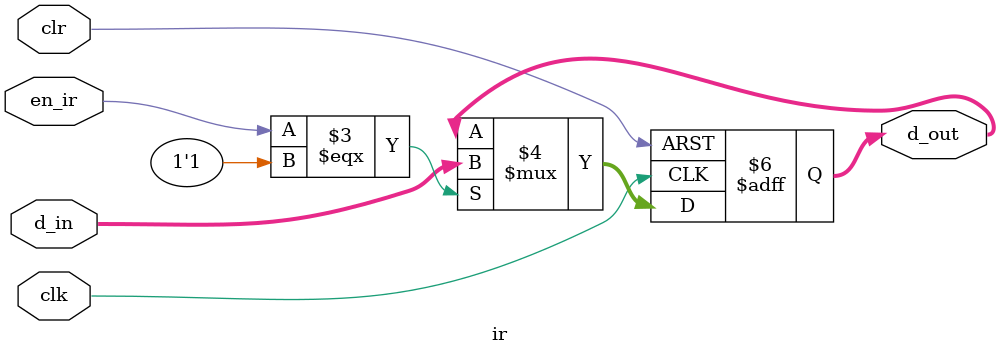
<source format=v>

module ir(
          clk,
          clr,
          d_in,
          d_out,
	  en_ir
          );
   
   input wire clr;
   input wire clk;
   input wire en_ir;
   input wire [15:0] d_in;
   
   output reg [15:0] d_out;
   
   always @(posedge clk or negedge clr)
     begin
	if(clr === 1'b0)
	  begin
	     d_out <= 'h0;
	  end
	else
	  if(en_ir === 1'b1)
	    begin
	       d_out <= d_in;
	    end
     end
   
endmodule

</source>
